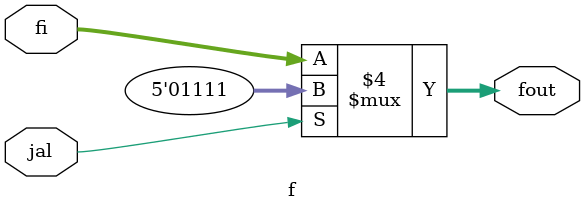
<source format=v>
`timescale 1ns / 1ps


module f(
    input jal,
    input[4:0]fi,
    output reg[4:0] fout
    );
    
    always @(*) begin
        if (jal == 1) begin
            fout <= 5'b1111;
        end
        else begin
            fout <= fi;
        end
    end
    
endmodule

</source>
